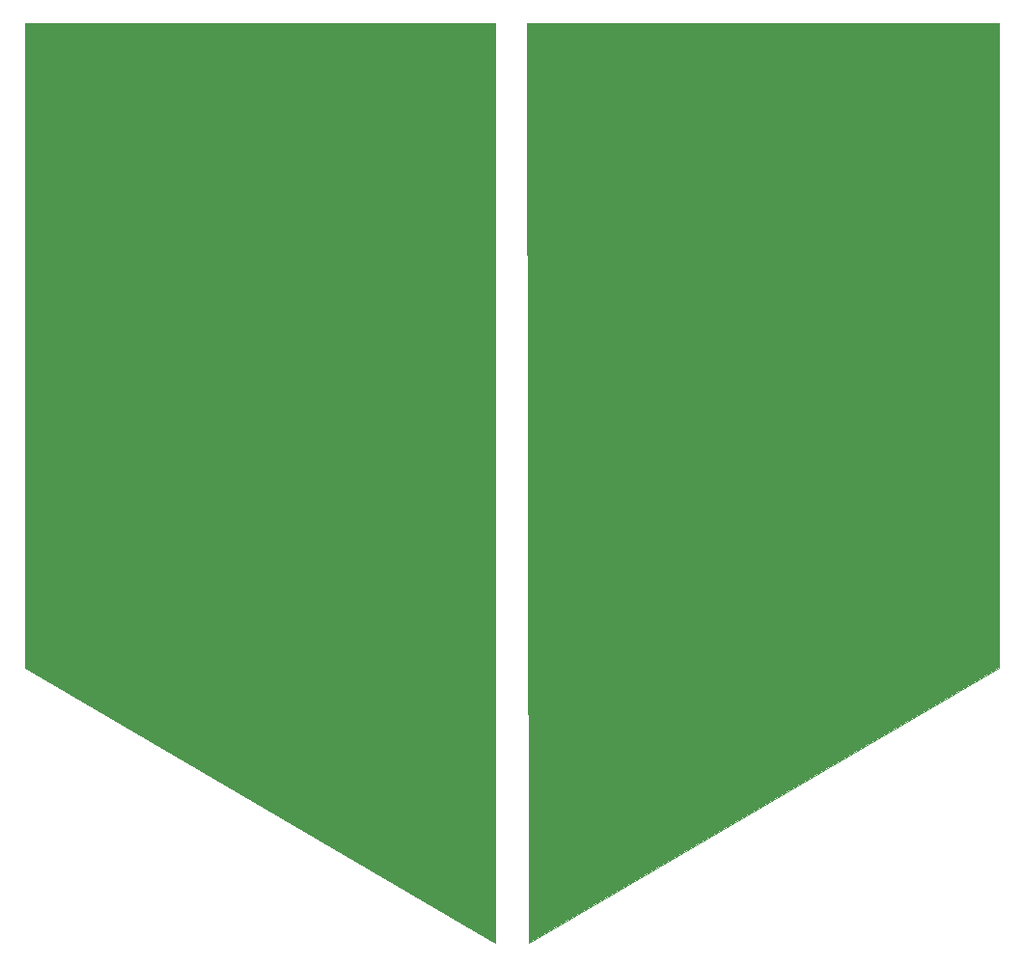
<source format=gts>
G04 #@! TF.GenerationSoftware,KiCad,Pcbnew,5.1.5+dfsg1-2build2*
G04 #@! TF.CreationDate,2020-09-22T17:53:16+09:00*
G04 #@! TF.ProjectId,shield,73686965-6c64-42e6-9b69-6361645f7063,rev?*
G04 #@! TF.SameCoordinates,Original*
G04 #@! TF.FileFunction,Soldermask,Top*
G04 #@! TF.FilePolarity,Negative*
%FSLAX46Y46*%
G04 Gerber Fmt 4.6, Leading zero omitted, Abs format (unit mm)*
G04 Created by KiCad (PCBNEW 5.1.5+dfsg1-2build2) date 2020-09-22 17:53:16*
%MOMM*%
%LPD*%
G04 APERTURE LIST*
%ADD10C,0.100000*%
G04 APERTURE END LIST*
D10*
G36*
X56515000Y-93345000D02*
G01*
X15240000Y-69215000D01*
X15240000Y-12700000D01*
X56515000Y-12700000D01*
X56515000Y-93345000D01*
G37*
X56515000Y-93345000D02*
X15240000Y-69215000D01*
X15240000Y-12700000D01*
X56515000Y-12700000D01*
X56515000Y-93345000D01*
G36*
X100711000Y-69215000D02*
G01*
X59436000Y-93345000D01*
X59309000Y-12700000D01*
X100711000Y-12700000D01*
X100711000Y-69215000D01*
G37*
X100711000Y-69215000D02*
X59436000Y-93345000D01*
X59309000Y-12700000D01*
X100711000Y-12700000D01*
X100711000Y-69215000D01*
G36*
X52980880Y-82849776D02*
G01*
X53361593Y-82925504D01*
X53771249Y-83095189D01*
X54139929Y-83341534D01*
X54453466Y-83655071D01*
X54699811Y-84023751D01*
X54869496Y-84433407D01*
X54956000Y-84868296D01*
X54956000Y-85311704D01*
X54869496Y-85746593D01*
X54699811Y-86156249D01*
X54453466Y-86524929D01*
X54139929Y-86838466D01*
X53771249Y-87084811D01*
X53361593Y-87254496D01*
X52980880Y-87330224D01*
X52926705Y-87341000D01*
X52483295Y-87341000D01*
X52429120Y-87330224D01*
X52048407Y-87254496D01*
X51638751Y-87084811D01*
X51270071Y-86838466D01*
X50956534Y-86524929D01*
X50710189Y-86156249D01*
X50540504Y-85746593D01*
X50454000Y-85311704D01*
X50454000Y-84868296D01*
X50540504Y-84433407D01*
X50710189Y-84023751D01*
X50956534Y-83655071D01*
X51270071Y-83341534D01*
X51638751Y-83095189D01*
X52048407Y-82925504D01*
X52429120Y-82849776D01*
X52483295Y-82839000D01*
X52926705Y-82839000D01*
X52980880Y-82849776D01*
G37*
G36*
X63394880Y-82849776D02*
G01*
X63775593Y-82925504D01*
X64185249Y-83095189D01*
X64553929Y-83341534D01*
X64867466Y-83655071D01*
X65113811Y-84023751D01*
X65283496Y-84433407D01*
X65370000Y-84868296D01*
X65370000Y-85311704D01*
X65283496Y-85746593D01*
X65113811Y-86156249D01*
X64867466Y-86524929D01*
X64553929Y-86838466D01*
X64185249Y-87084811D01*
X63775593Y-87254496D01*
X63394880Y-87330224D01*
X63340705Y-87341000D01*
X62897295Y-87341000D01*
X62843120Y-87330224D01*
X62462407Y-87254496D01*
X62052751Y-87084811D01*
X61684071Y-86838466D01*
X61370534Y-86524929D01*
X61124189Y-86156249D01*
X60954504Y-85746593D01*
X60868000Y-85311704D01*
X60868000Y-84868296D01*
X60954504Y-84433407D01*
X61124189Y-84023751D01*
X61370534Y-83655071D01*
X61684071Y-83341534D01*
X62052751Y-83095189D01*
X62462407Y-82925504D01*
X62843120Y-82849776D01*
X62897295Y-82839000D01*
X63340705Y-82839000D01*
X63394880Y-82849776D01*
G37*
G36*
X97049880Y-65069776D02*
G01*
X97430593Y-65145504D01*
X97840249Y-65315189D01*
X98208929Y-65561534D01*
X98522466Y-65875071D01*
X98768811Y-66243751D01*
X98938496Y-66653407D01*
X99025000Y-67088296D01*
X99025000Y-67531704D01*
X98938496Y-67966593D01*
X98768811Y-68376249D01*
X98522466Y-68744929D01*
X98208929Y-69058466D01*
X97840249Y-69304811D01*
X97430593Y-69474496D01*
X97049880Y-69550224D01*
X96995705Y-69561000D01*
X96552295Y-69561000D01*
X96498120Y-69550224D01*
X96117407Y-69474496D01*
X95707751Y-69304811D01*
X95339071Y-69058466D01*
X95025534Y-68744929D01*
X94779189Y-68376249D01*
X94609504Y-67966593D01*
X94523000Y-67531704D01*
X94523000Y-67088296D01*
X94609504Y-66653407D01*
X94779189Y-66243751D01*
X95025534Y-65875071D01*
X95339071Y-65561534D01*
X95707751Y-65315189D01*
X96117407Y-65145504D01*
X96498120Y-65069776D01*
X96552295Y-65059000D01*
X96995705Y-65059000D01*
X97049880Y-65069776D01*
G37*
G36*
X19325880Y-65069776D02*
G01*
X19706593Y-65145504D01*
X20116249Y-65315189D01*
X20484929Y-65561534D01*
X20798466Y-65875071D01*
X21044811Y-66243751D01*
X21214496Y-66653407D01*
X21301000Y-67088296D01*
X21301000Y-67531704D01*
X21214496Y-67966593D01*
X21044811Y-68376249D01*
X20798466Y-68744929D01*
X20484929Y-69058466D01*
X20116249Y-69304811D01*
X19706593Y-69474496D01*
X19325880Y-69550224D01*
X19271705Y-69561000D01*
X18828295Y-69561000D01*
X18774120Y-69550224D01*
X18393407Y-69474496D01*
X17983751Y-69304811D01*
X17615071Y-69058466D01*
X17301534Y-68744929D01*
X17055189Y-68376249D01*
X16885504Y-67966593D01*
X16799000Y-67531704D01*
X16799000Y-67088296D01*
X16885504Y-66653407D01*
X17055189Y-66243751D01*
X17301534Y-65875071D01*
X17615071Y-65561534D01*
X17983751Y-65315189D01*
X18393407Y-65145504D01*
X18774120Y-65069776D01*
X18828295Y-65059000D01*
X19271705Y-65059000D01*
X19325880Y-65069776D01*
G37*
G36*
X63394880Y-14269776D02*
G01*
X63775593Y-14345504D01*
X64185249Y-14515189D01*
X64553929Y-14761534D01*
X64867466Y-15075071D01*
X65113811Y-15443751D01*
X65283496Y-15853407D01*
X65370000Y-16288296D01*
X65370000Y-16731704D01*
X65283496Y-17166593D01*
X65113811Y-17576249D01*
X64867466Y-17944929D01*
X64553929Y-18258466D01*
X64185249Y-18504811D01*
X63775593Y-18674496D01*
X63394880Y-18750224D01*
X63340705Y-18761000D01*
X62897295Y-18761000D01*
X62843120Y-18750224D01*
X62462407Y-18674496D01*
X62052751Y-18504811D01*
X61684071Y-18258466D01*
X61370534Y-17944929D01*
X61124189Y-17576249D01*
X60954504Y-17166593D01*
X60868000Y-16731704D01*
X60868000Y-16288296D01*
X60954504Y-15853407D01*
X61124189Y-15443751D01*
X61370534Y-15075071D01*
X61684071Y-14761534D01*
X62052751Y-14515189D01*
X62462407Y-14345504D01*
X62843120Y-14269776D01*
X62897295Y-14259000D01*
X63340705Y-14259000D01*
X63394880Y-14269776D01*
G37*
G36*
X52980880Y-14269776D02*
G01*
X53361593Y-14345504D01*
X53771249Y-14515189D01*
X54139929Y-14761534D01*
X54453466Y-15075071D01*
X54699811Y-15443751D01*
X54869496Y-15853407D01*
X54956000Y-16288296D01*
X54956000Y-16731704D01*
X54869496Y-17166593D01*
X54699811Y-17576249D01*
X54453466Y-17944929D01*
X54139929Y-18258466D01*
X53771249Y-18504811D01*
X53361593Y-18674496D01*
X52980880Y-18750224D01*
X52926705Y-18761000D01*
X52483295Y-18761000D01*
X52429120Y-18750224D01*
X52048407Y-18674496D01*
X51638751Y-18504811D01*
X51270071Y-18258466D01*
X50956534Y-17944929D01*
X50710189Y-17576249D01*
X50540504Y-17166593D01*
X50454000Y-16731704D01*
X50454000Y-16288296D01*
X50540504Y-15853407D01*
X50710189Y-15443751D01*
X50956534Y-15075071D01*
X51270071Y-14761534D01*
X51638751Y-14515189D01*
X52048407Y-14345504D01*
X52429120Y-14269776D01*
X52483295Y-14259000D01*
X52926705Y-14259000D01*
X52980880Y-14269776D01*
G37*
M02*

</source>
